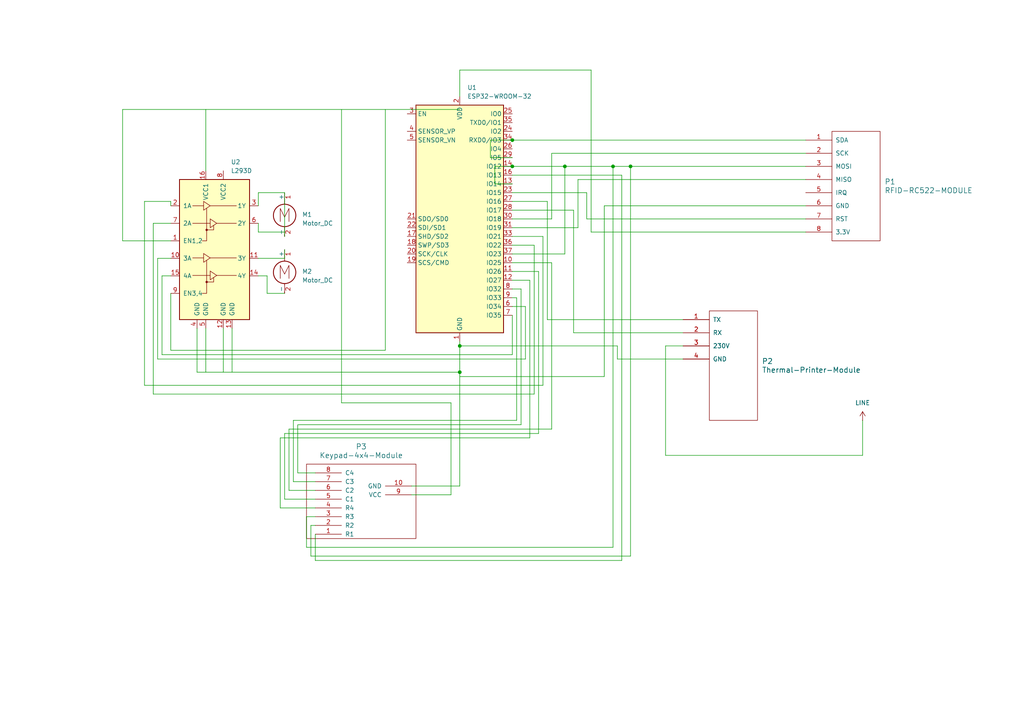
<source format=kicad_sch>
(kicad_sch (version 20231120) (generator "eeschema") (generator_version "8.0")
  (paper "A4")
  (lib_symbols
    (symbol "4x4_keypad:Keypad-4x4-Module" (pin_names (offset 1.016))
      (property "Reference" "P" (at 0 2.54 0))
      (property "Value" "Keypad-4x4-Module" (at 0 5.08 0))
      (symbol "Keypad-4x4-Module_0_1"
        (rectangle (start -16.51 11.43) (end 15.24 -10.16))
      )
      (symbol "Keypad-4x4-Module_1_1"
        (pin input line (at -13.97 -8.89 0) (length 7.62) (name "R1") (number "1"))
        (pin passive line (at 13.97 5.08 180) (length 7.62) (name "GND") (number "10"))
        (pin input line (at -13.97 -6.35 0) (length 7.62) (name "R2") (number "2"))
        (pin input line (at -13.97 -3.81 0) (length 7.62) (name "R3") (number "3"))
        (pin input line (at -13.97 -1.27 0) (length 7.62) (name "R4") (number "4"))
        (pin input line (at -13.97 1.27 0) (length 7.62) (name "C1") (number "5"))
        (pin input line (at -13.97 3.81 0) (length 7.62) (name "C2") (number "6"))
        (pin input line (at -13.97 6.35 0) (length 7.62) (name "C3") (number "7"))
        (pin input line (at -13.97 8.89 0) (length 7.62) (name "C4") (number "8"))
        (pin passive line (at 13.97 2.54 180) (length 7.62) (name "VCC") (number "9"))
      )
    )
    (symbol "Driver_Motor:L293D" (pin_names (offset 1.016))
      (property "Reference" "U" (at -5.08 26.035 0))
      (property "Value" "L293D" (at -5.08 24.13 0))
      (symbol "L293D_0_1"
        (rectangle (start -10.16 22.86) (end 10.16 -17.78) (stroke (width 0.254)) (fill (type background)))
        (circle (center -2.286 -6.858) (radius 0.254) (fill (type outline)))
        (circle (center -2.286 8.255) (radius 0.254) (fill (type outline)))
        (polyline (pts (xy -6.35 -4.953) (xy -1.27 -4.953)))
        (polyline (pts (xy -6.35 0.127) (xy -3.175 0.127)))
        (polyline (pts (xy -6.35 10.16) (xy -1.27 10.16)))
        (polyline (pts (xy -6.35 15.24) (xy -3.175 15.24)))
        (polyline (pts (xy -1.27 0.127) (xy 6.35 0.127)))
        (polyline (pts (xy -1.27 15.24) (xy 6.35 15.24)))
        (polyline (pts (xy 0.635 -4.953) (xy 6.35 -4.953)))
        (polyline (pts (xy 0.635 10.16) (xy 6.35 10.16)))
        (polyline (pts (xy -2.286 -6.858) (xy -0.254 -6.858) (xy -0.254 -5.588)))
        (polyline (pts (xy -2.286 -0.635) (xy -2.286 -10.16) (xy -3.556 -10.16)))
        (polyline (pts (xy -2.286 8.255) (xy -0.254 8.255) (xy -0.254 9.525)))
        (polyline (pts (xy -2.286 14.478) (xy -2.286 5.08) (xy -3.556 5.08)))
        (polyline (pts (xy -3.175 1.397) (xy -3.175 -1.143) (xy -1.27 0.127) (xy -3.175 1.397)))
        (polyline (pts (xy -3.175 16.51) (xy -3.175 13.97) (xy -1.27 15.24) (xy -3.175 16.51)))
        (polyline (pts (xy -1.27 -3.683) (xy -1.27 -6.223) (xy 0.635 -4.953) (xy -1.27 -3.683)))
        (polyline (pts (xy -1.27 11.43) (xy -1.27 8.89) (xy 0.635 10.16) (xy -1.27 11.43)))
      )
      (symbol "L293D_1_1"
        (pin input line (at -12.7 5.08 0) (length 2.54) (name "EN1,2") (number "1"))
        (pin input line (at -12.7 0 0) (length 2.54) (name "3A") (number "10"))
        (pin output line (at 12.7 0 180) (length 2.54) (name "3Y") (number "11"))
        (pin power_in line (at 2.54 -20.32 90) (length 2.54) (name "GND") (number "12"))
        (pin power_in line (at 5.08 -20.32 90) (length 2.54) (name "GND") (number "13"))
        (pin output line (at 12.7 -5.08 180) (length 2.54) (name "4Y") (number "14"))
        (pin input line (at -12.7 -5.08 0) (length 2.54) (name "4A") (number "15"))
        (pin power_in line (at -2.54 25.4 270) (length 2.54) (name "VCC1") (number "16"))
        (pin input line (at -12.7 15.24 0) (length 2.54) (name "1A") (number "2"))
        (pin output line (at 12.7 15.24 180) (length 2.54) (name "1Y") (number "3"))
        (pin power_in line (at -5.08 -20.32 90) (length 2.54) (name "GND") (number "4"))
        (pin power_in line (at -2.54 -20.32 90) (length 2.54) (name "GND") (number "5"))
        (pin output line (at 12.7 10.16 180) (length 2.54) (name "2Y") (number "6"))
        (pin input line (at -12.7 10.16 0) (length 2.54) (name "2A") (number "7"))
        (pin power_in line (at 2.54 25.4 270) (length 2.54) (name "VCC2") (number "8"))
        (pin input line (at -12.7 -10.16 0) (length 2.54) (name "EN3,4") (number "9"))
      )
    )
    (symbol "Motor:Motor_DC" (pin_names (offset 0))
      (property "Reference" "M" (at 2.54 2.54 0))
      (property "Value" "Motor_DC" (at 2.54 -5.08 0))
      (symbol "Motor_DC_0_0"
        (polyline (pts (xy -1.27 -3.302) (xy -1.27 0.508) (xy 0 -2.032) (xy 1.27 0.508) (xy 1.27 -3.302)))
      )
      (symbol "Motor_DC_0_1"
        (circle (center 0 -1.524) (radius 3.2512) (stroke (width 0.254)))
        (polyline (pts (xy 0 -7.62) (xy 0 -7.112)))
        (polyline (pts (xy 0 -4.7752) (xy 0 -5.1816)))
        (polyline (pts (xy 0 1.7272) (xy 0 2.0828)))
        (polyline (pts (xy 0 2.032) (xy 0 2.54)))
      )
      (symbol "Motor_DC_1_1"
        (pin passive line (at 0 5.08 270) (length 2.54) (name "+") (number "1"))
        (pin passive line (at 0 -7.62 90) (length 2.54) (name "-") (number "2"))
      )
    )
    (symbol "RF_Module:ESP32-WROOM-32"
      (property "Reference" "U" (at -12.7 34.29 0))
      (property "Value" "ESP32-WROOM-32" (at 1.27 34.29 0))
      (symbol "ESP32-WROOM-32_0_1"
        (rectangle (start -12.7 33.02) (end 12.7 -33.02) (stroke (width 0.254)) (fill (type background)))
      )
      (symbol "ESP32-WROOM-32_1_1"
        (pin power_in line (at 0 -35.56 90) (length 2.54) (name "GND") (number "1"))
        (pin bidirectional line (at 15.24 -12.7 180) (length 2.54) (name "IO25") (number "10"))
        (pin bidirectional line (at 15.24 -15.24 180) (length 2.54) (name "IO26") (number "11"))
        (pin bidirectional line (at 15.24 -17.78 180) (length 2.54) (name "IO27") (number "12"))
        (pin bidirectional line (at 15.24 10.16 180) (length 2.54) (name "IO14") (number "13"))
        (pin bidirectional line (at 15.24 15.24 180) (length 2.54) (name "IO12") (number "14"))
        (pin passive line (at 0 -35.56 90) (length 2.54) hide (name "GND") (number "15"))
        (pin bidirectional line (at 15.24 12.7 180) (length 2.54) (name "IO13") (number "16"))
        (pin bidirectional line (at -15.24 -5.08 0) (length 2.54) (name "SHD/SD2") (number "17"))
        (pin bidirectional line (at -15.24 -7.62 0) (length 2.54) (name "SWP/SD3") (number "18"))
        (pin bidirectional line (at -15.24 -12.7 0) (length 2.54) (name "SCS/CMD") (number "19"))
        (pin power_in line (at 0 35.56 270) (length 2.54) (name "VDD") (number "2"))
        (pin bidirectional line (at -15.24 -10.16 0) (length 2.54) (name "SCK/CLK") (number "20"))
        (pin bidirectional line (at -15.24 0 0) (length 2.54) (name "SDO/SD0") (number "21"))
        (pin bidirectional line (at -15.24 -2.54 0) (length 2.54) (name "SDI/SD1") (number "22"))
        (pin bidirectional line (at 15.24 7.62 180) (length 2.54) (name "IO15") (number "23"))
        (pin bidirectional line (at 15.24 25.4 180) (length 2.54) (name "IO2") (number "24"))
        (pin bidirectional line (at 15.24 30.48 180) (length 2.54) (name "IO0") (number "25"))
        (pin bidirectional line (at 15.24 20.32 180) (length 2.54) (name "IO4") (number "26"))
        (pin bidirectional line (at 15.24 5.08 180) (length 2.54) (name "IO16") (number "27"))
        (pin bidirectional line (at 15.24 2.54 180) (length 2.54) (name "IO17") (number "28"))
        (pin bidirectional line (at 15.24 17.78 180) (length 2.54) (name "IO5") (number "29"))
        (pin input line (at -15.24 30.48 0) (length 2.54) (name "EN") (number "3"))
        (pin bidirectional line (at 15.24 0 180) (length 2.54) (name "IO18") (number "30"))
        (pin bidirectional line (at 15.24 -2.54 180) (length 2.54) (name "IO19") (number "31"))
        (pin no_connect line (at -12.7 -27.94 0) (length 2.54) hide (name "NC") (number "32"))
        (pin bidirectional line (at 15.24 -5.08 180) (length 2.54) (name "IO21") (number "33"))
        (pin bidirectional line (at 15.24 22.86 180) (length 2.54) (name "RXD0/IO3") (number "34"))
        (pin bidirectional line (at 15.24 27.94 180) (length 2.54) (name "TXD0/IO1") (number "35"))
        (pin bidirectional line (at 15.24 -7.62 180) (length 2.54) (name "IO22") (number "36"))
        (pin bidirectional line (at 15.24 -10.16 180) (length 2.54) (name "IO23") (number "37"))
        (pin passive line (at 0 -35.56 90) (length 2.54) hide (name "GND") (number "38"))
        (pin passive line (at 0 -35.56 90) (length 2.54) hide (name "GND") (number "39"))
        (pin input line (at -15.24 25.4 0) (length 2.54) (name "SENSOR_VP") (number "4"))
        (pin input line (at -15.24 22.86 0) (length 2.54) (name "SENSOR_VN") (number "5"))
        (pin input line (at 15.24 -25.4 180) (length 2.54) (name "IO34") (number "6"))
        (pin input line (at 15.24 -27.94 180) (length 2.54) (name "IO35") (number "7"))
        (pin bidirectional line (at 15.24 -20.32 180) (length 2.54) (name "IO32") (number "8"))
        (pin bidirectional line (at 15.24 -22.86 180) (length 2.54) (name "IO33") (number "9"))
      )
    )
    (symbol "power:LINE" (power) (pin_numbers hide) (pin_names (offset 0) hide)
      (property "Value" "LINE" (at 0 3.556 0))
      (symbol "LINE_0_1"
        (polyline (pts (xy -0.762 1.27) (xy 0 2.54)))
        (polyline (pts (xy 0 0) (xy 0 2.54)))
        (polyline (pts (xy 0 2.54) (xy 0.762 1.27)))
      )
      (symbol "LINE_1_1"
        (pin power_in line (at 0 0 90) (length 0) (name "~") (number "1"))
      )
    )
    (symbol "rfid-rc522-module:RFID-RC522-MODULE" (pin_names (offset 1.016))
      (property "Reference" "P" (at 0 1.27 0))
      (property "Value" "RFID-RC522-MODULE" (at -1.27 3.81 0))
      (symbol "RFID-RC522-MODULE_0_1"
        (rectangle (start -16.51 7.62) (end 15.24 -6.35))
      )
      (symbol "RFID-RC522-MODULE_1_1"
        (pin input line (at -13.97 -13.97 90) (length 7.62) (name "SDA") (number "1"))
        (pin input line (at -10.16 -13.97 90) (length 7.62) (name "SCK") (number "2"))
        (pin input line (at -6.35 -13.97 90) (length 7.62) (name "MOSI") (number "3"))
        (pin input line (at -2.54 -13.97 90) (length 7.62) (name "MISO") (number "4"))
        (pin input line (at 1.27 -13.97 90) (length 7.62) (name "IRQ") (number "5"))
        (pin input line (at 5.08 -13.97 90) (length 7.62) (name "GND") (number "6"))
        (pin input line (at 8.89 -13.97 90) (length 7.62) (name "RST") (number "7"))
        (pin input line (at 12.7 -13.97 90) (length 7.62) (name "3.3V") (number "8"))
      )
    )
    (symbol "thermal_printer:Thermal-Printer-Module" (pin_names (offset 1.016))
      (property "Reference" "P" (at 0 1.27 0))
      (property "Value" "Thermal-Printer-Module" (at -1.27 3.81 0))
      (symbol "Thermal-Printer-Module_0_1"
        (rectangle (start -16.51 7.62) (end 15.24 -6.35))
      )
      (symbol "Thermal-Printer-Module_1_1"
        (pin output line (at -13.97 -13.97 90) (length 7.62) (name "TX") (number "1"))
        (pin input line (at -10.16 -13.97 90) (length 7.62) (name "RX") (number "2"))
        (pin passive line (at -6.35 -13.97 90) (length 7.62) (name "230V") (number "3"))
        (pin passive line (at -2.54 -13.97 90) (length 7.62) (name "GND") (number "4"))
      )
    )
  )
  (junction (at 148.59 40.64))
  (junction (at 148.59 48.26))
  (junction (at 177.8 48.26))
  (junction (at 133.35 100.33))
  (junction (at 133.35 107.95))
  (junction (at 182.88 48.26))
  (junction (at 163.83 48.26))
  (wire (pts (xy 74.93 55.88) (xy 74.93 59.69)))
  (wire (pts (xy 35.56 69.85) (xy 49.53 69.85)))
  (wire (pts (xy 35.56 31.75) (xy 133.35 31.75)))
  (wire (pts (xy 148.59 102.87) (xy 46.99 102.87)))
  (wire (pts (xy 160.02 63.5) (xy 160.02 44.45)))
  (wire (pts (xy 49.53 85.09) (xy 49.53 101.6)))
  (wire (pts (xy 74.93 64.77) (xy 74.93 67.31)))
  (wire (pts (xy 74.93 74.93) (xy 82.55 74.93)))
  (wire (pts (xy 148.59 63.5) (xy 160.02 63.5)))
  (wire (pts (xy 46.99 80.01) (xy 46.99 102.87)))
  (wire (pts (xy 167.64 66.04) (xy 167.64 52.07)))
  (wire (pts (xy 148.59 78.74) (xy 156.21 78.74)))
  (wire (pts (xy 85.09 139.7) (xy 91.44 139.7)))
  (wire (pts (xy 82.55 125.73) (xy 82.55 144.78)))
  (wire (pts (xy 182.88 48.26) (xy 182.88 161.29)))
  (wire (pts (xy 148.59 83.82) (xy 151.13 83.82)))
  (wire (pts (xy 41.91 111.76) (xy 157.48 111.76)))
  (wire (pts (xy 44.45 114.3) (xy 154.94 114.3)))
  (wire (pts (xy 74.93 80.01) (xy 77.47 80.01)))
  (wire (pts (xy 148.59 40.64) (xy 233.68 40.64)))
  (wire (pts (xy 149.86 86.36) (xy 149.86 121.92)))
  (wire (pts (xy 193.04 100.33) (xy 198.12 100.33)))
  (wire (pts (xy 82.55 125.73) (xy 156.21 125.73)))
  (wire (pts (xy 86.36 123.19) (xy 86.36 137.16)))
  (wire (pts (xy 88.9 158.75) (xy 177.8 158.75)))
  (wire (pts (xy 171.45 67.31) (xy 233.68 67.31)))
  (wire (pts (xy 148.59 48.26) (xy 163.83 48.26)))
  (wire (pts (xy 119.38 143.51) (xy 130.81 143.51)))
  (wire (pts (xy 177.8 48.26) (xy 177.8 158.75)))
  (wire (pts (xy 119.38 140.97) (xy 133.35 140.97)))
  (wire (pts (xy 170.18 63.5) (xy 170.18 55.88)))
  (wire (pts (xy 45.72 104.14) (xy 152.4 104.14)))
  (wire (pts (xy 157.48 68.58) (xy 157.48 111.76)))
  (wire (pts (xy 82.55 55.88) (xy 82.55 68.58)))
  (wire (pts (xy 85.09 121.92) (xy 149.86 121.92)))
  (wire (pts (xy 148.59 53.34) (xy 143.51 53.34)))
  (wire (pts (xy 151.13 83.82) (xy 151.13 123.19)))
  (wire (pts (xy 148.59 68.58) (xy 157.48 68.58)))
  (wire (pts (xy 86.36 137.16) (xy 91.44 137.16)))
  (wire (pts (xy 44.45 64.77) (xy 49.53 64.77)))
  (wire (pts (xy 179.07 104.14) (xy 198.12 104.14)))
  (wire (pts (xy 156.21 78.74) (xy 156.21 125.73)))
  (wire (pts (xy 133.35 20.32) (xy 133.35 27.94)))
  (wire (pts (xy 180.34 50.8) (xy 180.34 162.56)))
  (wire (pts (xy 175.26 59.69) (xy 233.68 59.69)))
  (wire (pts (xy 83.82 124.46) (xy 160.02 124.46)))
  (wire (pts (xy 44.45 64.77) (xy 44.45 114.3)))
  (wire (pts (xy 83.82 124.46) (xy 83.82 142.24)))
  (wire (pts (xy 143.51 48.26) (xy 148.59 48.26)))
  (wire (pts (xy 148.59 45.72) (xy 142.24 45.72)))
  (wire (pts (xy 133.35 100.33) (xy 179.07 100.33)))
  (wire (pts (xy 49.53 74.93) (xy 45.72 74.93)))
  (wire (pts (xy 82.55 144.78) (xy 91.44 144.78)))
  (wire (pts (xy 175.26 59.69) (xy 175.26 109.22)))
  (wire (pts (xy 133.35 99.06) (xy 133.35 100.33)))
  (wire (pts (xy 90.17 161.29) (xy 182.88 161.29)))
  (wire (pts (xy 179.07 104.14) (xy 179.07 100.33)))
  (wire (pts (xy 133.35 107.95) (xy 133.35 140.97)))
  (wire (pts (xy 148.59 73.66) (xy 163.83 73.66)))
  (wire (pts (xy 148.59 91.44) (xy 148.59 102.87)))
  (wire (pts (xy 74.93 67.31) (xy 82.55 67.31)))
  (wire (pts (xy 171.45 20.32) (xy 171.45 67.31)))
  (wire (pts (xy 81.28 147.32) (xy 91.44 147.32)))
  (wire (pts (xy 82.55 55.88) (xy 74.93 55.88)))
  (wire (pts (xy 45.72 74.93) (xy 45.72 104.14)))
  (wire (pts (xy 81.28 127) (xy 81.28 147.32)))
  (wire (pts (xy 130.81 116.84) (xy 130.81 143.51)))
  (wire (pts (xy 148.59 71.12) (xy 154.94 71.12)))
  (wire (pts (xy 91.44 162.56) (xy 180.34 162.56)))
  (wire (pts (xy 77.47 80.01) (xy 77.47 85.09)))
  (wire (pts (xy 167.64 52.07) (xy 233.68 52.07)))
  (wire (pts (xy 86.36 123.19) (xy 151.13 123.19)))
  (wire (pts (xy 152.4 88.9) (xy 152.4 104.14)))
  (wire (pts (xy 148.59 55.88) (xy 170.18 55.88)))
  (wire (pts (xy 64.77 95.25) (xy 64.77 107.95)))
  (wire (pts (xy 163.83 73.66) (xy 163.83 48.26)))
  (wire (pts (xy 41.91 58.42) (xy 49.53 58.42)))
  (wire (pts (xy 160.02 76.2) (xy 160.02 124.46)))
  (wire (pts (xy 193.04 100.33) (xy 193.04 132.08)))
  (wire (pts (xy 133.35 109.22) (xy 175.26 109.22)))
  (wire (pts (xy 148.59 86.36) (xy 149.86 86.36)))
  (wire (pts (xy 142.24 40.64) (xy 148.59 40.64)))
  (wire (pts (xy 35.56 31.75) (xy 35.56 69.85)))
  (wire (pts (xy 148.59 76.2) (xy 160.02 76.2)))
  (wire (pts (xy 91.44 154.94) (xy 91.44 162.56)))
  (wire (pts (xy 133.35 20.32) (xy 171.45 20.32)))
  (wire (pts (xy 59.69 95.25) (xy 59.69 107.95)))
  (wire (pts (xy 67.31 95.25) (xy 67.31 107.95)))
  (wire (pts (xy 166.37 60.96) (xy 166.37 96.52)))
  (wire (pts (xy 148.59 66.04) (xy 167.64 66.04)))
  (wire (pts (xy 81.28 127) (xy 153.67 127)))
  (wire (pts (xy 153.67 81.28) (xy 153.67 127)))
  (wire (pts (xy 193.04 132.08) (xy 250.19 132.08)))
  (wire (pts (xy 130.81 116.84) (xy 99.06 116.84)))
  (wire (pts (xy 177.8 48.26) (xy 182.88 48.26)))
  (wire (pts (xy 158.75 92.71) (xy 198.12 92.71)))
  (wire (pts (xy 148.59 60.96) (xy 166.37 60.96)))
  (wire (pts (xy 148.59 88.9) (xy 152.4 88.9)))
  (wire (pts (xy 90.17 152.4) (xy 91.44 152.4)))
  (wire (pts (xy 90.17 152.4) (xy 90.17 161.29)))
  (wire (pts (xy 99.06 31.75) (xy 99.06 116.84)))
  (wire (pts (xy 142.24 45.72) (xy 142.24 40.64)))
  (wire (pts (xy 163.83 48.26) (xy 177.8 48.26)))
  (wire (pts (xy 77.47 85.09) (xy 82.55 85.09)))
  (wire (pts (xy 49.53 101.6) (xy 111.76 101.6)))
  (wire (pts (xy 166.37 96.52) (xy 198.12 96.52)))
  (wire (pts (xy 170.18 63.5) (xy 233.68 63.5)))
  (wire (pts (xy 111.76 101.6) (xy 111.76 31.75)))
  (wire (pts (xy 143.51 53.34) (xy 143.51 48.26)))
  (wire (pts (xy 82.55 74.93) (xy 82.55 72.39)))
  (wire (pts (xy 88.9 149.86) (xy 91.44 149.86)))
  (wire (pts (xy 133.35 100.33) (xy 133.35 107.95)))
  (wire (pts (xy 57.15 95.25) (xy 57.15 107.95)))
  (wire (pts (xy 148.59 81.28) (xy 153.67 81.28)))
  (wire (pts (xy 154.94 71.12) (xy 154.94 114.3)))
  (wire (pts (xy 182.88 48.26) (xy 233.68 48.26)))
  (wire (pts (xy 158.75 58.42) (xy 148.59 58.42)))
  (wire (pts (xy 59.69 31.75) (xy 59.69 49.53)))
  (wire (pts (xy 88.9 158.75) (xy 88.9 149.86)))
  (wire (pts (xy 41.91 58.42) (xy 41.91 111.76)))
  (wire (pts (xy 158.75 58.42) (xy 158.75 92.71)))
  (wire (pts (xy 57.15 107.95) (xy 133.35 107.95)))
  (wire (pts (xy 83.82 142.24) (xy 91.44 142.24)))
  (wire (pts (xy 85.09 121.92) (xy 85.09 139.7)))
  (wire (pts (xy 49.53 58.42) (xy 49.53 59.69)))
  (wire (pts (xy 233.68 44.45) (xy 160.02 44.45)))
  (wire (pts (xy 250.19 132.08) (xy 250.19 121.92)))
  (wire (pts (xy 49.53 80.01) (xy 46.99 80.01)))
  (wire (pts (xy 148.59 50.8) (xy 180.34 50.8)))
  (symbol (lib_id "thermal_printer:Thermal-Printer-Module") (at 212.09 106.68 270) (unit 1)
    (property "Reference" "P2" (at 220.98 104.7749 90) (effects (font (size 1.524 1.524)) (justify left)))
    (property "Value" "Thermal-Printer-Module" (at 220.98 107.3149 90) (effects (font (size 1.524 1.524)) (justify left)))
  )
  (symbol (lib_id "RF_Module:ESP32-WROOM-32") (at 133.35 63.5 0) (unit 1)
    (property "Reference" "U1" (at 135.5441 25.4 0) (effects (justify left)))
    (property "Value" "ESP32-WROOM-32" (at 135.5441 27.94 0) (effects (justify left)))
    (property "Footprint" "RF_Module:ESP32-WROOM-32" (effects (hide yes)))
    (property "Datasheet" "https://www.espressif.com/sites/default/files/documentation/esp32-wroom-32_datasheet_en.pdf" (effects (hide yes)))
    (property "Description" "RF Module, ESP32-D0WDQ6 SoC, Wi-Fi 802.11b/g/n, Bluetooth, BLE, 32-bit, 2.7-3.6V, onboard antenna, SMD" (effects (hide yes)))
  )
  (symbol (lib_id "rfid-rc522-module:RFID-RC522-MODULE") (at 247.65 54.61 270) (unit 1)
    (property "Reference" "P1" (at 256.54 52.7049 90) (effects (font (size 1.524 1.524)) (justify left)))
    (property "Value" "RFID-RC522-MODULE" (at 256.54 55.2449 90) (effects (font (size 1.524 1.524)) (justify left)))
  )
  (symbol (lib_id "power:LINE") (at 250.19 121.92 0) (unit 1)
    (property "Reference" "#PWR01" (effects (hide yes)))
    (property "Value" "LINE" (at 250.19 116.84 0))
    (property "Description" "Power symbol creates a global label with name \"LINE\"" (effects (hide yes)))
  )
  (symbol (lib_id "Motor:Motor_DC") (at 82.55 60.96 0) (unit 1)
    (property "Reference" "M1" (at 87.63 62.2299 0) (effects (justify left)))
    (property "Value" "Motor_DC" (at 87.63 64.7699 0) (effects (justify left)))
    (property "Description" "DC Motor" (effects (hide yes)))
  )
  (symbol (lib_id "Motor:Motor_DC") (at 82.55 77.47 0) (unit 1)
    (property "Reference" "M2" (at 87.63 78.7399 0) (effects (justify left)))
    (property "Value" "Motor_DC" (at 87.63 81.2799 0) (effects (justify left)))
    (property "Description" "DC Motor" (effects (hide yes)))
  )
  (symbol (lib_id "4x4_keypad:Keypad-4x4-Module") (at 105.41 146.05 0) (unit 1)
    (property "Reference" "P3" (at 104.775 129.54 0) (effects (font (size 1.524 1.524))))
    (property "Value" "Keypad-4x4-Module" (at 104.775 132.08 0) (effects (font (size 1.524 1.524))))
  )
  (symbol (lib_id "Driver_Motor:L293D") (at 62.23 74.93 0) (unit 1)
    (property "Reference" "U2" (at 66.9641 46.99 0) (effects (justify left)))
    (property "Value" "L293D" (at 66.9641 49.53 0) (effects (justify left)))
    (property "Footprint" "Package_DIP:DIP-16_W7.62mm" (effects (hide yes)))
    (property "Datasheet" "http://www.ti.com/lit/ds/symlink/l293.pdf" (effects (hide yes)))
    (property "Description" "Quadruple Half-H Drivers" (effects (hide yes)))
  )
)
</source>
